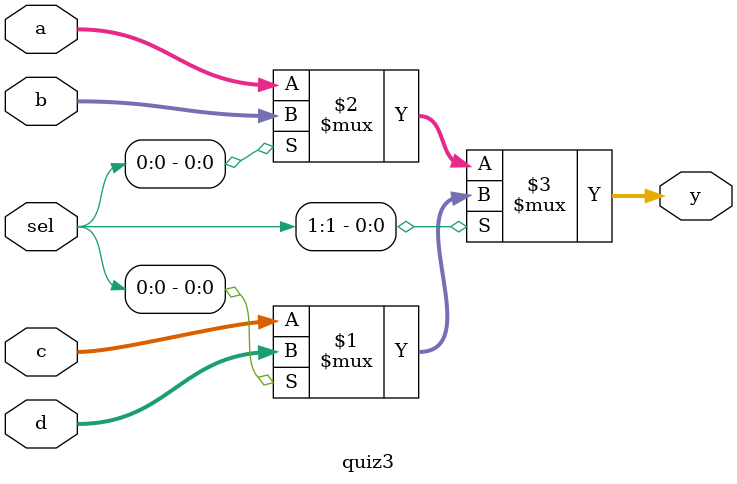
<source format=v>
module quiz3(sel, a, b, c, d, y);
input [1:0] sel;
input [3:0] a, b, c, d;
output reg [3:0] y;

assign y = sel[1] ? (sel[0] ? d : c) : (sel[0] ? b : a);

endmodule

</source>
